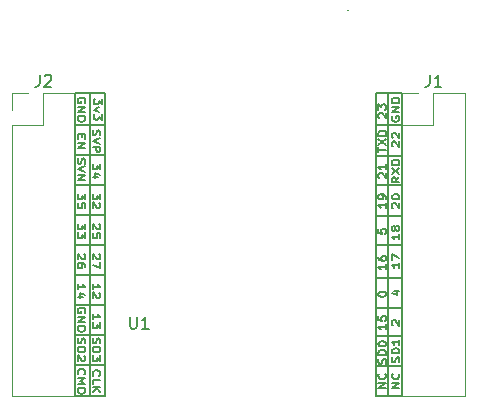
<source format=gto>
G04 #@! TF.GenerationSoftware,KiCad,Pcbnew,no-vcs-found-08c4a0b~58~ubuntu16.04.1*
G04 #@! TF.CreationDate,2017-08-29T22:54:34+03:00*
G04 #@! TF.ProjectId,Bitsoko-ESP32-module-v2,426974736F6B6F2D45535033322D6D6F,1*
G04 #@! TF.SameCoordinates,Original
G04 #@! TF.FileFunction,Legend,Top*
G04 #@! TF.FilePolarity,Positive*
%FSLAX46Y46*%
G04 Gerber Fmt 4.6, Leading zero omitted, Abs format (unit mm)*
G04 Created by KiCad (PCBNEW no-vcs-found-08c4a0b~58~ubuntu16.04.1) date Tue Aug 29 22:54:34 2017*
%MOMM*%
%LPD*%
G01*
G04 APERTURE LIST*
%ADD10C,0.158750*%
%ADD11C,0.200000*%
%ADD12C,0.150000*%
%ADD13C,0.120000*%
G04 APERTURE END LIST*
D10*
X152179261Y-102325714D02*
X151544261Y-102325714D01*
X152179261Y-101890285D01*
X151544261Y-101890285D01*
X152118785Y-101092000D02*
X152149023Y-101128285D01*
X152179261Y-101237142D01*
X152179261Y-101309714D01*
X152149023Y-101418571D01*
X152088547Y-101491142D01*
X152028071Y-101527428D01*
X151907119Y-101563714D01*
X151816404Y-101563714D01*
X151695452Y-101527428D01*
X151634976Y-101491142D01*
X151574500Y-101418571D01*
X151544261Y-101309714D01*
X151544261Y-101237142D01*
X151574500Y-101128285D01*
X151604738Y-101092000D01*
X153322261Y-102325714D02*
X152687261Y-102325714D01*
X153322261Y-101890285D01*
X152687261Y-101890285D01*
X153261785Y-101092000D02*
X153292023Y-101128285D01*
X153322261Y-101237142D01*
X153322261Y-101309714D01*
X153292023Y-101418571D01*
X153231547Y-101491142D01*
X153171071Y-101527428D01*
X153050119Y-101563714D01*
X152959404Y-101563714D01*
X152838452Y-101527428D01*
X152777976Y-101491142D01*
X152717500Y-101418571D01*
X152687261Y-101309714D01*
X152687261Y-101237142D01*
X152717500Y-101128285D01*
X152747738Y-101092000D01*
X152149023Y-100275571D02*
X152179261Y-100166714D01*
X152179261Y-99985285D01*
X152149023Y-99912714D01*
X152118785Y-99876428D01*
X152058309Y-99840142D01*
X151997833Y-99840142D01*
X151937357Y-99876428D01*
X151907119Y-99912714D01*
X151876880Y-99985285D01*
X151846642Y-100130428D01*
X151816404Y-100203000D01*
X151786166Y-100239285D01*
X151725690Y-100275571D01*
X151665214Y-100275571D01*
X151604738Y-100239285D01*
X151574500Y-100203000D01*
X151544261Y-100130428D01*
X151544261Y-99949000D01*
X151574500Y-99840142D01*
X152179261Y-99513571D02*
X151544261Y-99513571D01*
X151544261Y-99332142D01*
X151574500Y-99223285D01*
X151634976Y-99150714D01*
X151695452Y-99114428D01*
X151816404Y-99078142D01*
X151907119Y-99078142D01*
X152028071Y-99114428D01*
X152088547Y-99150714D01*
X152149023Y-99223285D01*
X152179261Y-99332142D01*
X152179261Y-99513571D01*
X151544261Y-98606428D02*
X151544261Y-98533857D01*
X151574500Y-98461285D01*
X151604738Y-98425000D01*
X151665214Y-98388714D01*
X151786166Y-98352428D01*
X151937357Y-98352428D01*
X152058309Y-98388714D01*
X152118785Y-98425000D01*
X152149023Y-98461285D01*
X152179261Y-98533857D01*
X152179261Y-98606428D01*
X152149023Y-98679000D01*
X152118785Y-98715285D01*
X152058309Y-98751571D01*
X151937357Y-98787857D01*
X151786166Y-98787857D01*
X151665214Y-98751571D01*
X151604738Y-98715285D01*
X151574500Y-98679000D01*
X151544261Y-98606428D01*
X153292023Y-100148571D02*
X153322261Y-100039714D01*
X153322261Y-99858285D01*
X153292023Y-99785714D01*
X153261785Y-99749428D01*
X153201309Y-99713142D01*
X153140833Y-99713142D01*
X153080357Y-99749428D01*
X153050119Y-99785714D01*
X153019880Y-99858285D01*
X152989642Y-100003428D01*
X152959404Y-100076000D01*
X152929166Y-100112285D01*
X152868690Y-100148571D01*
X152808214Y-100148571D01*
X152747738Y-100112285D01*
X152717500Y-100076000D01*
X152687261Y-100003428D01*
X152687261Y-99822000D01*
X152717500Y-99713142D01*
X153322261Y-99386571D02*
X152687261Y-99386571D01*
X152687261Y-99205142D01*
X152717500Y-99096285D01*
X152777976Y-99023714D01*
X152838452Y-98987428D01*
X152959404Y-98951142D01*
X153050119Y-98951142D01*
X153171071Y-98987428D01*
X153231547Y-99023714D01*
X153292023Y-99096285D01*
X153322261Y-99205142D01*
X153322261Y-99386571D01*
X153322261Y-98225428D02*
X153322261Y-98660857D01*
X153322261Y-98443142D02*
X152687261Y-98443142D01*
X152777976Y-98515714D01*
X152838452Y-98588285D01*
X152868690Y-98660857D01*
X152179261Y-96919142D02*
X152179261Y-97354571D01*
X152179261Y-97136857D02*
X151544261Y-97136857D01*
X151634976Y-97209428D01*
X151695452Y-97282000D01*
X151725690Y-97354571D01*
X151544261Y-96229714D02*
X151544261Y-96592571D01*
X151846642Y-96628857D01*
X151816404Y-96592571D01*
X151786166Y-96520000D01*
X151786166Y-96338571D01*
X151816404Y-96266000D01*
X151846642Y-96229714D01*
X151907119Y-96193428D01*
X152058309Y-96193428D01*
X152118785Y-96229714D01*
X152149023Y-96266000D01*
X152179261Y-96338571D01*
X152179261Y-96520000D01*
X152149023Y-96592571D01*
X152118785Y-96628857D01*
X152747738Y-96991714D02*
X152717500Y-96955428D01*
X152687261Y-96882857D01*
X152687261Y-96701428D01*
X152717500Y-96628857D01*
X152747738Y-96592571D01*
X152808214Y-96556285D01*
X152868690Y-96556285D01*
X152959404Y-96592571D01*
X153322261Y-97028000D01*
X153322261Y-96556285D01*
X151544261Y-94397285D02*
X151544261Y-94324714D01*
X151574500Y-94252142D01*
X151604738Y-94215857D01*
X151665214Y-94179571D01*
X151786166Y-94143285D01*
X151937357Y-94143285D01*
X152058309Y-94179571D01*
X152118785Y-94215857D01*
X152149023Y-94252142D01*
X152179261Y-94324714D01*
X152179261Y-94397285D01*
X152149023Y-94469857D01*
X152118785Y-94506142D01*
X152058309Y-94542428D01*
X151937357Y-94578714D01*
X151786166Y-94578714D01*
X151665214Y-94542428D01*
X151604738Y-94506142D01*
X151574500Y-94469857D01*
X151544261Y-94397285D01*
X152898928Y-94088857D02*
X153322261Y-94088857D01*
X152657023Y-94270285D02*
X153110595Y-94451714D01*
X153110595Y-93980000D01*
X152179261Y-91839142D02*
X152179261Y-92274571D01*
X152179261Y-92056857D02*
X151544261Y-92056857D01*
X151634976Y-92129428D01*
X151695452Y-92202000D01*
X151725690Y-92274571D01*
X151544261Y-91186000D02*
X151544261Y-91331142D01*
X151574500Y-91403714D01*
X151604738Y-91440000D01*
X151695452Y-91512571D01*
X151816404Y-91548857D01*
X152058309Y-91548857D01*
X152118785Y-91512571D01*
X152149023Y-91476285D01*
X152179261Y-91403714D01*
X152179261Y-91258571D01*
X152149023Y-91186000D01*
X152118785Y-91149714D01*
X152058309Y-91113428D01*
X151907119Y-91113428D01*
X151846642Y-91149714D01*
X151816404Y-91186000D01*
X151786166Y-91258571D01*
X151786166Y-91403714D01*
X151816404Y-91476285D01*
X151846642Y-91512571D01*
X151907119Y-91548857D01*
X153322261Y-91712142D02*
X153322261Y-92147571D01*
X153322261Y-91929857D02*
X152687261Y-91929857D01*
X152777976Y-92002428D01*
X152838452Y-92075000D01*
X152868690Y-92147571D01*
X152687261Y-91458142D02*
X152687261Y-90950142D01*
X153322261Y-91276714D01*
X151544261Y-88845571D02*
X151544261Y-89208428D01*
X151846642Y-89244714D01*
X151816404Y-89208428D01*
X151786166Y-89135857D01*
X151786166Y-88954428D01*
X151816404Y-88881857D01*
X151846642Y-88845571D01*
X151907119Y-88809285D01*
X152058309Y-88809285D01*
X152118785Y-88845571D01*
X152149023Y-88881857D01*
X152179261Y-88954428D01*
X152179261Y-89135857D01*
X152149023Y-89208428D01*
X152118785Y-89244714D01*
X153322261Y-89299142D02*
X153322261Y-89734571D01*
X153322261Y-89516857D02*
X152687261Y-89516857D01*
X152777976Y-89589428D01*
X152838452Y-89662000D01*
X152868690Y-89734571D01*
X152959404Y-88863714D02*
X152929166Y-88936285D01*
X152898928Y-88972571D01*
X152838452Y-89008857D01*
X152808214Y-89008857D01*
X152747738Y-88972571D01*
X152717500Y-88936285D01*
X152687261Y-88863714D01*
X152687261Y-88718571D01*
X152717500Y-88646000D01*
X152747738Y-88609714D01*
X152808214Y-88573428D01*
X152838452Y-88573428D01*
X152898928Y-88609714D01*
X152929166Y-88646000D01*
X152959404Y-88718571D01*
X152959404Y-88863714D01*
X152989642Y-88936285D01*
X153019880Y-88972571D01*
X153080357Y-89008857D01*
X153201309Y-89008857D01*
X153261785Y-88972571D01*
X153292023Y-88936285D01*
X153322261Y-88863714D01*
X153322261Y-88718571D01*
X153292023Y-88646000D01*
X153261785Y-88609714D01*
X153201309Y-88573428D01*
X153080357Y-88573428D01*
X153019880Y-88609714D01*
X152989642Y-88646000D01*
X152959404Y-88718571D01*
X152179261Y-86632142D02*
X152179261Y-87067571D01*
X152179261Y-86849857D02*
X151544261Y-86849857D01*
X151634976Y-86922428D01*
X151695452Y-86995000D01*
X151725690Y-87067571D01*
X152179261Y-86269285D02*
X152179261Y-86124142D01*
X152149023Y-86051571D01*
X152118785Y-86015285D01*
X152028071Y-85942714D01*
X151907119Y-85906428D01*
X151665214Y-85906428D01*
X151604738Y-85942714D01*
X151574500Y-85979000D01*
X151544261Y-86051571D01*
X151544261Y-86196714D01*
X151574500Y-86269285D01*
X151604738Y-86305571D01*
X151665214Y-86341857D01*
X151816404Y-86341857D01*
X151876880Y-86305571D01*
X151907119Y-86269285D01*
X151937357Y-86196714D01*
X151937357Y-86051571D01*
X151907119Y-85979000D01*
X151876880Y-85942714D01*
X151816404Y-85906428D01*
X152747738Y-87067571D02*
X152717500Y-87031285D01*
X152687261Y-86958714D01*
X152687261Y-86777285D01*
X152717500Y-86704714D01*
X152747738Y-86668428D01*
X152808214Y-86632142D01*
X152868690Y-86632142D01*
X152959404Y-86668428D01*
X153322261Y-87103857D01*
X153322261Y-86632142D01*
X152687261Y-86160428D02*
X152687261Y-86087857D01*
X152717500Y-86015285D01*
X152747738Y-85979000D01*
X152808214Y-85942714D01*
X152929166Y-85906428D01*
X153080357Y-85906428D01*
X153201309Y-85942714D01*
X153261785Y-85979000D01*
X153292023Y-86015285D01*
X153322261Y-86087857D01*
X153322261Y-86160428D01*
X153292023Y-86233000D01*
X153261785Y-86269285D01*
X153201309Y-86305571D01*
X153080357Y-86341857D01*
X152929166Y-86341857D01*
X152808214Y-86305571D01*
X152747738Y-86269285D01*
X152717500Y-86233000D01*
X152687261Y-86160428D01*
X151604738Y-84527571D02*
X151574500Y-84491285D01*
X151544261Y-84418714D01*
X151544261Y-84237285D01*
X151574500Y-84164714D01*
X151604738Y-84128428D01*
X151665214Y-84092142D01*
X151725690Y-84092142D01*
X151816404Y-84128428D01*
X152179261Y-84563857D01*
X152179261Y-84092142D01*
X152179261Y-83366428D02*
X152179261Y-83801857D01*
X152179261Y-83584142D02*
X151544261Y-83584142D01*
X151634976Y-83656714D01*
X151695452Y-83729285D01*
X151725690Y-83801857D01*
X153322261Y-84455000D02*
X153019880Y-84709000D01*
X153322261Y-84890428D02*
X152687261Y-84890428D01*
X152687261Y-84600142D01*
X152717500Y-84527571D01*
X152747738Y-84491285D01*
X152808214Y-84455000D01*
X152898928Y-84455000D01*
X152959404Y-84491285D01*
X152989642Y-84527571D01*
X153019880Y-84600142D01*
X153019880Y-84890428D01*
X152687261Y-84201000D02*
X153322261Y-83693000D01*
X152687261Y-83693000D02*
X153322261Y-84201000D01*
X153322261Y-83402714D02*
X152687261Y-83402714D01*
X152687261Y-83221285D01*
X152717500Y-83112428D01*
X152777976Y-83039857D01*
X152838452Y-83003571D01*
X152959404Y-82967285D01*
X153050119Y-82967285D01*
X153171071Y-83003571D01*
X153231547Y-83039857D01*
X153292023Y-83112428D01*
X153322261Y-83221285D01*
X153322261Y-83402714D01*
X151544261Y-82368571D02*
X151544261Y-81933142D01*
X152179261Y-82150857D02*
X151544261Y-82150857D01*
X151544261Y-81751714D02*
X152179261Y-81243714D01*
X151544261Y-81243714D02*
X152179261Y-81751714D01*
X152179261Y-80953428D02*
X151544261Y-80953428D01*
X151544261Y-80772000D01*
X151574500Y-80663142D01*
X151634976Y-80590571D01*
X151695452Y-80554285D01*
X151816404Y-80518000D01*
X151907119Y-80518000D01*
X152028071Y-80554285D01*
X152088547Y-80590571D01*
X152149023Y-80663142D01*
X152179261Y-80772000D01*
X152179261Y-80953428D01*
X152747738Y-81860571D02*
X152717500Y-81824285D01*
X152687261Y-81751714D01*
X152687261Y-81570285D01*
X152717500Y-81497714D01*
X152747738Y-81461428D01*
X152808214Y-81425142D01*
X152868690Y-81425142D01*
X152959404Y-81461428D01*
X153322261Y-81896857D01*
X153322261Y-81425142D01*
X152747738Y-81134857D02*
X152717500Y-81098571D01*
X152687261Y-81026000D01*
X152687261Y-80844571D01*
X152717500Y-80772000D01*
X152747738Y-80735714D01*
X152808214Y-80699428D01*
X152868690Y-80699428D01*
X152959404Y-80735714D01*
X153322261Y-81171142D01*
X153322261Y-80699428D01*
X151604738Y-79447571D02*
X151574500Y-79411285D01*
X151544261Y-79338714D01*
X151544261Y-79157285D01*
X151574500Y-79084714D01*
X151604738Y-79048428D01*
X151665214Y-79012142D01*
X151725690Y-79012142D01*
X151816404Y-79048428D01*
X152179261Y-79483857D01*
X152179261Y-79012142D01*
X151544261Y-78758142D02*
X151544261Y-78286428D01*
X151786166Y-78540428D01*
X151786166Y-78431571D01*
X151816404Y-78359000D01*
X151846642Y-78322714D01*
X151907119Y-78286428D01*
X152058309Y-78286428D01*
X152118785Y-78322714D01*
X152149023Y-78359000D01*
X152179261Y-78431571D01*
X152179261Y-78649285D01*
X152149023Y-78721857D01*
X152118785Y-78758142D01*
X152717500Y-79320571D02*
X152687261Y-79393142D01*
X152687261Y-79502000D01*
X152717500Y-79610857D01*
X152777976Y-79683428D01*
X152838452Y-79719714D01*
X152959404Y-79756000D01*
X153050119Y-79756000D01*
X153171071Y-79719714D01*
X153231547Y-79683428D01*
X153292023Y-79610857D01*
X153322261Y-79502000D01*
X153322261Y-79429428D01*
X153292023Y-79320571D01*
X153261785Y-79284285D01*
X153050119Y-79284285D01*
X153050119Y-79429428D01*
X153322261Y-78957714D02*
X152687261Y-78957714D01*
X153322261Y-78522285D01*
X152687261Y-78522285D01*
X153322261Y-78159428D02*
X152687261Y-78159428D01*
X152687261Y-77978000D01*
X152717500Y-77869142D01*
X152777976Y-77796571D01*
X152838452Y-77760285D01*
X152959404Y-77724000D01*
X153050119Y-77724000D01*
X153171071Y-77760285D01*
X153231547Y-77796571D01*
X153292023Y-77869142D01*
X153322261Y-77978000D01*
X153322261Y-78159428D01*
X127408214Y-101273428D02*
X127377976Y-101237142D01*
X127347738Y-101128285D01*
X127347738Y-101055714D01*
X127377976Y-100946857D01*
X127438452Y-100874285D01*
X127498928Y-100838000D01*
X127619880Y-100801714D01*
X127710595Y-100801714D01*
X127831547Y-100838000D01*
X127892023Y-100874285D01*
X127952500Y-100946857D01*
X127982738Y-101055714D01*
X127982738Y-101128285D01*
X127952500Y-101237142D01*
X127922261Y-101273428D01*
X127347738Y-101962857D02*
X127347738Y-101600000D01*
X127982738Y-101600000D01*
X127347738Y-102216857D02*
X127982738Y-102216857D01*
X127347738Y-102652285D02*
X127710595Y-102325714D01*
X127982738Y-102652285D02*
X127619880Y-102216857D01*
X126138214Y-101146428D02*
X126107976Y-101110142D01*
X126077738Y-101001285D01*
X126077738Y-100928714D01*
X126107976Y-100819857D01*
X126168452Y-100747285D01*
X126228928Y-100711000D01*
X126349880Y-100674714D01*
X126440595Y-100674714D01*
X126561547Y-100711000D01*
X126622023Y-100747285D01*
X126682500Y-100819857D01*
X126712738Y-100928714D01*
X126712738Y-101001285D01*
X126682500Y-101110142D01*
X126652261Y-101146428D01*
X126077738Y-101473000D02*
X126712738Y-101473000D01*
X126259166Y-101727000D01*
X126712738Y-101981000D01*
X126077738Y-101981000D01*
X126077738Y-102343857D02*
X126712738Y-102343857D01*
X126712738Y-102525285D01*
X126682500Y-102634142D01*
X126622023Y-102706714D01*
X126561547Y-102743000D01*
X126440595Y-102779285D01*
X126349880Y-102779285D01*
X126228928Y-102743000D01*
X126168452Y-102706714D01*
X126107976Y-102634142D01*
X126077738Y-102525285D01*
X126077738Y-102343857D01*
X127377976Y-98098428D02*
X127347738Y-98207285D01*
X127347738Y-98388714D01*
X127377976Y-98461285D01*
X127408214Y-98497571D01*
X127468690Y-98533857D01*
X127529166Y-98533857D01*
X127589642Y-98497571D01*
X127619880Y-98461285D01*
X127650119Y-98388714D01*
X127680357Y-98243571D01*
X127710595Y-98171000D01*
X127740833Y-98134714D01*
X127801309Y-98098428D01*
X127861785Y-98098428D01*
X127922261Y-98134714D01*
X127952500Y-98171000D01*
X127982738Y-98243571D01*
X127982738Y-98425000D01*
X127952500Y-98533857D01*
X127347738Y-98860428D02*
X127982738Y-98860428D01*
X127982738Y-99041857D01*
X127952500Y-99150714D01*
X127892023Y-99223285D01*
X127831547Y-99259571D01*
X127710595Y-99295857D01*
X127619880Y-99295857D01*
X127498928Y-99259571D01*
X127438452Y-99223285D01*
X127377976Y-99150714D01*
X127347738Y-99041857D01*
X127347738Y-98860428D01*
X127982738Y-99549857D02*
X127982738Y-100021571D01*
X127740833Y-99767571D01*
X127740833Y-99876428D01*
X127710595Y-99949000D01*
X127680357Y-99985285D01*
X127619880Y-100021571D01*
X127468690Y-100021571D01*
X127408214Y-99985285D01*
X127377976Y-99949000D01*
X127347738Y-99876428D01*
X127347738Y-99658714D01*
X127377976Y-99586142D01*
X127408214Y-99549857D01*
X126107976Y-98098428D02*
X126077738Y-98207285D01*
X126077738Y-98388714D01*
X126107976Y-98461285D01*
X126138214Y-98497571D01*
X126198690Y-98533857D01*
X126259166Y-98533857D01*
X126319642Y-98497571D01*
X126349880Y-98461285D01*
X126380119Y-98388714D01*
X126410357Y-98243571D01*
X126440595Y-98171000D01*
X126470833Y-98134714D01*
X126531309Y-98098428D01*
X126591785Y-98098428D01*
X126652261Y-98134714D01*
X126682500Y-98171000D01*
X126712738Y-98243571D01*
X126712738Y-98425000D01*
X126682500Y-98533857D01*
X126077738Y-98860428D02*
X126712738Y-98860428D01*
X126712738Y-99041857D01*
X126682500Y-99150714D01*
X126622023Y-99223285D01*
X126561547Y-99259571D01*
X126440595Y-99295857D01*
X126349880Y-99295857D01*
X126228928Y-99259571D01*
X126168452Y-99223285D01*
X126107976Y-99150714D01*
X126077738Y-99041857D01*
X126077738Y-98860428D01*
X126652261Y-99586142D02*
X126682500Y-99622428D01*
X126712738Y-99695000D01*
X126712738Y-99876428D01*
X126682500Y-99949000D01*
X126652261Y-99985285D01*
X126591785Y-100021571D01*
X126531309Y-100021571D01*
X126440595Y-99985285D01*
X126077738Y-99549857D01*
X126077738Y-100021571D01*
X127347738Y-96501857D02*
X127347738Y-96066428D01*
X127347738Y-96284142D02*
X127982738Y-96284142D01*
X127892023Y-96211571D01*
X127831547Y-96139000D01*
X127801309Y-96066428D01*
X127982738Y-96755857D02*
X127982738Y-97227571D01*
X127740833Y-96973571D01*
X127740833Y-97082428D01*
X127710595Y-97155000D01*
X127680357Y-97191285D01*
X127619880Y-97227571D01*
X127468690Y-97227571D01*
X127408214Y-97191285D01*
X127377976Y-97155000D01*
X127347738Y-97082428D01*
X127347738Y-96864714D01*
X127377976Y-96792142D01*
X127408214Y-96755857D01*
X126682500Y-95939428D02*
X126712738Y-95866857D01*
X126712738Y-95758000D01*
X126682500Y-95649142D01*
X126622023Y-95576571D01*
X126561547Y-95540285D01*
X126440595Y-95504000D01*
X126349880Y-95504000D01*
X126228928Y-95540285D01*
X126168452Y-95576571D01*
X126107976Y-95649142D01*
X126077738Y-95758000D01*
X126077738Y-95830571D01*
X126107976Y-95939428D01*
X126138214Y-95975714D01*
X126349880Y-95975714D01*
X126349880Y-95830571D01*
X126077738Y-96302285D02*
X126712738Y-96302285D01*
X126077738Y-96737714D01*
X126712738Y-96737714D01*
X126077738Y-97100571D02*
X126712738Y-97100571D01*
X126712738Y-97282000D01*
X126682500Y-97390857D01*
X126622023Y-97463428D01*
X126561547Y-97499714D01*
X126440595Y-97536000D01*
X126349880Y-97536000D01*
X126228928Y-97499714D01*
X126168452Y-97463428D01*
X126107976Y-97390857D01*
X126077738Y-97282000D01*
X126077738Y-97100571D01*
X127347738Y-93961857D02*
X127347738Y-93526428D01*
X127347738Y-93744142D02*
X127982738Y-93744142D01*
X127892023Y-93671571D01*
X127831547Y-93599000D01*
X127801309Y-93526428D01*
X127922261Y-94252142D02*
X127952500Y-94288428D01*
X127982738Y-94361000D01*
X127982738Y-94542428D01*
X127952500Y-94615000D01*
X127922261Y-94651285D01*
X127861785Y-94687571D01*
X127801309Y-94687571D01*
X127710595Y-94651285D01*
X127347738Y-94215857D01*
X127347738Y-94687571D01*
X126077738Y-93961857D02*
X126077738Y-93526428D01*
X126077738Y-93744142D02*
X126712738Y-93744142D01*
X126622023Y-93671571D01*
X126561547Y-93599000D01*
X126531309Y-93526428D01*
X126501071Y-94615000D02*
X126077738Y-94615000D01*
X126742976Y-94433571D02*
X126289404Y-94252142D01*
X126289404Y-94723857D01*
X127922261Y-90986428D02*
X127952500Y-91022714D01*
X127982738Y-91095285D01*
X127982738Y-91276714D01*
X127952500Y-91349285D01*
X127922261Y-91385571D01*
X127861785Y-91421857D01*
X127801309Y-91421857D01*
X127710595Y-91385571D01*
X127347738Y-90950142D01*
X127347738Y-91421857D01*
X127982738Y-91675857D02*
X127982738Y-92183857D01*
X127347738Y-91857285D01*
X126652261Y-90986428D02*
X126682500Y-91022714D01*
X126712738Y-91095285D01*
X126712738Y-91276714D01*
X126682500Y-91349285D01*
X126652261Y-91385571D01*
X126591785Y-91421857D01*
X126531309Y-91421857D01*
X126440595Y-91385571D01*
X126077738Y-90950142D01*
X126077738Y-91421857D01*
X126712738Y-92075000D02*
X126712738Y-91929857D01*
X126682500Y-91857285D01*
X126652261Y-91821000D01*
X126561547Y-91748428D01*
X126440595Y-91712142D01*
X126198690Y-91712142D01*
X126138214Y-91748428D01*
X126107976Y-91784714D01*
X126077738Y-91857285D01*
X126077738Y-92002428D01*
X126107976Y-92075000D01*
X126138214Y-92111285D01*
X126198690Y-92147571D01*
X126349880Y-92147571D01*
X126410357Y-92111285D01*
X126440595Y-92075000D01*
X126470833Y-92002428D01*
X126470833Y-91857285D01*
X126440595Y-91784714D01*
X126410357Y-91748428D01*
X126349880Y-91712142D01*
X127922261Y-88446428D02*
X127952500Y-88482714D01*
X127982738Y-88555285D01*
X127982738Y-88736714D01*
X127952500Y-88809285D01*
X127922261Y-88845571D01*
X127861785Y-88881857D01*
X127801309Y-88881857D01*
X127710595Y-88845571D01*
X127347738Y-88410142D01*
X127347738Y-88881857D01*
X127982738Y-89571285D02*
X127982738Y-89208428D01*
X127680357Y-89172142D01*
X127710595Y-89208428D01*
X127740833Y-89281000D01*
X127740833Y-89462428D01*
X127710595Y-89535000D01*
X127680357Y-89571285D01*
X127619880Y-89607571D01*
X127468690Y-89607571D01*
X127408214Y-89571285D01*
X127377976Y-89535000D01*
X127347738Y-89462428D01*
X127347738Y-89281000D01*
X127377976Y-89208428D01*
X127408214Y-89172142D01*
X126712738Y-88410142D02*
X126712738Y-88881857D01*
X126470833Y-88627857D01*
X126470833Y-88736714D01*
X126440595Y-88809285D01*
X126410357Y-88845571D01*
X126349880Y-88881857D01*
X126198690Y-88881857D01*
X126138214Y-88845571D01*
X126107976Y-88809285D01*
X126077738Y-88736714D01*
X126077738Y-88519000D01*
X126107976Y-88446428D01*
X126138214Y-88410142D01*
X126712738Y-89135857D02*
X126712738Y-89607571D01*
X126470833Y-89353571D01*
X126470833Y-89462428D01*
X126440595Y-89535000D01*
X126410357Y-89571285D01*
X126349880Y-89607571D01*
X126198690Y-89607571D01*
X126138214Y-89571285D01*
X126107976Y-89535000D01*
X126077738Y-89462428D01*
X126077738Y-89244714D01*
X126107976Y-89172142D01*
X126138214Y-89135857D01*
X127982738Y-85870142D02*
X127982738Y-86341857D01*
X127740833Y-86087857D01*
X127740833Y-86196714D01*
X127710595Y-86269285D01*
X127680357Y-86305571D01*
X127619880Y-86341857D01*
X127468690Y-86341857D01*
X127408214Y-86305571D01*
X127377976Y-86269285D01*
X127347738Y-86196714D01*
X127347738Y-85979000D01*
X127377976Y-85906428D01*
X127408214Y-85870142D01*
X127922261Y-86632142D02*
X127952500Y-86668428D01*
X127982738Y-86741000D01*
X127982738Y-86922428D01*
X127952500Y-86995000D01*
X127922261Y-87031285D01*
X127861785Y-87067571D01*
X127801309Y-87067571D01*
X127710595Y-87031285D01*
X127347738Y-86595857D01*
X127347738Y-87067571D01*
X126712738Y-85870142D02*
X126712738Y-86341857D01*
X126470833Y-86087857D01*
X126470833Y-86196714D01*
X126440595Y-86269285D01*
X126410357Y-86305571D01*
X126349880Y-86341857D01*
X126198690Y-86341857D01*
X126138214Y-86305571D01*
X126107976Y-86269285D01*
X126077738Y-86196714D01*
X126077738Y-85979000D01*
X126107976Y-85906428D01*
X126138214Y-85870142D01*
X126712738Y-87031285D02*
X126712738Y-86668428D01*
X126410357Y-86632142D01*
X126440595Y-86668428D01*
X126470833Y-86741000D01*
X126470833Y-86922428D01*
X126440595Y-86995000D01*
X126410357Y-87031285D01*
X126349880Y-87067571D01*
X126198690Y-87067571D01*
X126138214Y-87031285D01*
X126107976Y-86995000D01*
X126077738Y-86922428D01*
X126077738Y-86741000D01*
X126107976Y-86668428D01*
X126138214Y-86632142D01*
X127982738Y-83330142D02*
X127982738Y-83801857D01*
X127740833Y-83547857D01*
X127740833Y-83656714D01*
X127710595Y-83729285D01*
X127680357Y-83765571D01*
X127619880Y-83801857D01*
X127468690Y-83801857D01*
X127408214Y-83765571D01*
X127377976Y-83729285D01*
X127347738Y-83656714D01*
X127347738Y-83439000D01*
X127377976Y-83366428D01*
X127408214Y-83330142D01*
X127771071Y-84455000D02*
X127347738Y-84455000D01*
X128012976Y-84273571D02*
X127559404Y-84092142D01*
X127559404Y-84563857D01*
X126107976Y-82876571D02*
X126077738Y-82985428D01*
X126077738Y-83166857D01*
X126107976Y-83239428D01*
X126138214Y-83275714D01*
X126198690Y-83312000D01*
X126259166Y-83312000D01*
X126319642Y-83275714D01*
X126349880Y-83239428D01*
X126380119Y-83166857D01*
X126410357Y-83021714D01*
X126440595Y-82949142D01*
X126470833Y-82912857D01*
X126531309Y-82876571D01*
X126591785Y-82876571D01*
X126652261Y-82912857D01*
X126682500Y-82949142D01*
X126712738Y-83021714D01*
X126712738Y-83203142D01*
X126682500Y-83312000D01*
X126712738Y-83529714D02*
X126077738Y-83783714D01*
X126712738Y-84037714D01*
X126077738Y-84291714D02*
X126712738Y-84291714D01*
X126077738Y-84727142D01*
X126712738Y-84727142D01*
X127377976Y-80481714D02*
X127347738Y-80590571D01*
X127347738Y-80772000D01*
X127377976Y-80844571D01*
X127408214Y-80880857D01*
X127468690Y-80917142D01*
X127529166Y-80917142D01*
X127589642Y-80880857D01*
X127619880Y-80844571D01*
X127650119Y-80772000D01*
X127680357Y-80626857D01*
X127710595Y-80554285D01*
X127740833Y-80518000D01*
X127801309Y-80481714D01*
X127861785Y-80481714D01*
X127922261Y-80518000D01*
X127952500Y-80554285D01*
X127982738Y-80626857D01*
X127982738Y-80808285D01*
X127952500Y-80917142D01*
X127982738Y-81134857D02*
X127347738Y-81388857D01*
X127982738Y-81642857D01*
X127347738Y-81896857D02*
X127982738Y-81896857D01*
X127982738Y-82187142D01*
X127952500Y-82259714D01*
X127922261Y-82296000D01*
X127861785Y-82332285D01*
X127771071Y-82332285D01*
X127710595Y-82296000D01*
X127680357Y-82259714D01*
X127650119Y-82187142D01*
X127650119Y-81896857D01*
X126410357Y-80844571D02*
X126410357Y-81098571D01*
X126077738Y-81207428D02*
X126077738Y-80844571D01*
X126712738Y-80844571D01*
X126712738Y-81207428D01*
X126077738Y-81534000D02*
X126712738Y-81534000D01*
X126077738Y-81969428D01*
X126712738Y-81969428D01*
X126682500Y-78159428D02*
X126712738Y-78086857D01*
X126712738Y-77978000D01*
X126682500Y-77869142D01*
X126622023Y-77796571D01*
X126561547Y-77760285D01*
X126440595Y-77724000D01*
X126349880Y-77724000D01*
X126228928Y-77760285D01*
X126168452Y-77796571D01*
X126107976Y-77869142D01*
X126077738Y-77978000D01*
X126077738Y-78050571D01*
X126107976Y-78159428D01*
X126138214Y-78195714D01*
X126349880Y-78195714D01*
X126349880Y-78050571D01*
X126077738Y-78522285D02*
X126712738Y-78522285D01*
X126077738Y-78957714D01*
X126712738Y-78957714D01*
X126077738Y-79320571D02*
X126712738Y-79320571D01*
X126712738Y-79502000D01*
X126682500Y-79610857D01*
X126622023Y-79683428D01*
X126561547Y-79719714D01*
X126440595Y-79756000D01*
X126349880Y-79756000D01*
X126228928Y-79719714D01*
X126168452Y-79683428D01*
X126107976Y-79610857D01*
X126077738Y-79502000D01*
X126077738Y-79320571D01*
X128109738Y-77832857D02*
X128109738Y-78304571D01*
X127867833Y-78050571D01*
X127867833Y-78159428D01*
X127837595Y-78232000D01*
X127807357Y-78268285D01*
X127746880Y-78304571D01*
X127595690Y-78304571D01*
X127535214Y-78268285D01*
X127504976Y-78232000D01*
X127474738Y-78159428D01*
X127474738Y-77941714D01*
X127504976Y-77869142D01*
X127535214Y-77832857D01*
X127898071Y-78558571D02*
X127474738Y-78740000D01*
X127898071Y-78921428D01*
X128109738Y-79139142D02*
X128109738Y-79610857D01*
X127867833Y-79356857D01*
X127867833Y-79465714D01*
X127837595Y-79538285D01*
X127807357Y-79574571D01*
X127746880Y-79610857D01*
X127595690Y-79610857D01*
X127535214Y-79574571D01*
X127504976Y-79538285D01*
X127474738Y-79465714D01*
X127474738Y-79248000D01*
X127504976Y-79175428D01*
X127535214Y-79139142D01*
D11*
X151384000Y-80010000D02*
X151384000Y-80010000D01*
X153543000Y-80010000D02*
X151384000Y-80010000D01*
X151384000Y-82677000D02*
X151384000Y-82677000D01*
X153543000Y-82677000D02*
X151384000Y-82677000D01*
X151384000Y-85090000D02*
X151384000Y-85090000D01*
X153543000Y-85090000D02*
X151384000Y-85090000D01*
X151384000Y-87757000D02*
X151384000Y-87757000D01*
X153543000Y-87757000D02*
X151384000Y-87757000D01*
X151384000Y-90170000D02*
X151384000Y-90170000D01*
X153543000Y-90170000D02*
X151384000Y-90170000D01*
X151384000Y-92964000D02*
X151384000Y-92964000D01*
X153543000Y-92964000D02*
X151384000Y-92964000D01*
X151384000Y-95504000D02*
X151384000Y-95504000D01*
X153543000Y-95504000D02*
X151384000Y-95504000D01*
X151384000Y-97917000D02*
X151384000Y-97917000D01*
X153543000Y-97917000D02*
X151384000Y-97917000D01*
X151384000Y-100457000D02*
X151384000Y-100457000D01*
X153543000Y-100457000D02*
X151384000Y-100457000D01*
X128397000Y-80010000D02*
X128397000Y-80010000D01*
X125857000Y-80010000D02*
X128397000Y-80010000D01*
X128397000Y-82550000D02*
X128397000Y-82550000D01*
X125857000Y-82550000D02*
X128397000Y-82550000D01*
X128397000Y-85090000D02*
X128397000Y-85090000D01*
X125857000Y-85090000D02*
X128397000Y-85090000D01*
X128397000Y-87630000D02*
X128397000Y-87630000D01*
X125857000Y-87630000D02*
X128397000Y-87630000D01*
X128397000Y-90170000D02*
X128397000Y-90170000D01*
X125857000Y-90170000D02*
X128397000Y-90170000D01*
X128397000Y-92710000D02*
X128397000Y-92710000D01*
X125857000Y-92710000D02*
X128397000Y-92710000D01*
X128397000Y-95250000D02*
X128397000Y-95250000D01*
X125857000Y-95250000D02*
X128397000Y-95250000D01*
X128397000Y-97790000D02*
X128397000Y-97790000D01*
X125857000Y-97790000D02*
X128397000Y-97790000D01*
X128397000Y-100330000D02*
X128397000Y-100330000D01*
X125857000Y-100330000D02*
X128397000Y-100330000D01*
X127127000Y-102997000D02*
X127127000Y-102997000D01*
X127127000Y-77343000D02*
X127127000Y-102997000D01*
X152400000Y-102997000D02*
X152400000Y-102997000D01*
X152400000Y-77343000D02*
X152400000Y-102997000D01*
X153543000Y-77343000D02*
X153543000Y-77343000D01*
X153543000Y-102997000D02*
X153543000Y-77343000D01*
X151384000Y-102997000D02*
X153543000Y-102997000D01*
X151384000Y-77343000D02*
X151384000Y-102997000D01*
X153543000Y-77343000D02*
X151384000Y-77343000D01*
X125857000Y-77343000D02*
X125857000Y-77343000D01*
X125857000Y-102997000D02*
X125857000Y-77343000D01*
X128397000Y-102997000D02*
X125857000Y-102997000D01*
X128397000Y-77343000D02*
X128397000Y-102997000D01*
X125857000Y-77343000D02*
X128397000Y-77343000D01*
D12*
X148974000Y-70333500D02*
X148974000Y-70333500D01*
D13*
X120530000Y-77350000D02*
X121920000Y-77350000D01*
X120530000Y-78740000D02*
X120530000Y-77350000D01*
X123190000Y-80010000D02*
X120530000Y-80010000D01*
X123190000Y-77350000D02*
X123190000Y-80010000D01*
X125850000Y-77350000D02*
X123190000Y-77350000D01*
X125850000Y-102990000D02*
X125850000Y-77350000D01*
X120530000Y-102990000D02*
X125850000Y-102990000D01*
X120530000Y-80010000D02*
X120530000Y-102990000D01*
X153550000Y-80010000D02*
X153550000Y-102990000D01*
X153550000Y-102990000D02*
X158870000Y-102990000D01*
X158870000Y-102990000D02*
X158870000Y-77350000D01*
X158870000Y-77350000D02*
X156210000Y-77350000D01*
X156210000Y-77350000D02*
X156210000Y-80010000D01*
X156210000Y-80010000D02*
X153550000Y-80010000D01*
X153550000Y-78740000D02*
X153550000Y-77350000D01*
X153550000Y-77350000D02*
X154940000Y-77350000D01*
D12*
X130512095Y-96285880D02*
X130512095Y-97095404D01*
X130559714Y-97190642D01*
X130607333Y-97238261D01*
X130702571Y-97285880D01*
X130893047Y-97285880D01*
X130988285Y-97238261D01*
X131035904Y-97190642D01*
X131083523Y-97095404D01*
X131083523Y-96285880D01*
X132083523Y-97285880D02*
X131512095Y-97285880D01*
X131797809Y-97285880D02*
X131797809Y-96285880D01*
X131702571Y-96428738D01*
X131607333Y-96523976D01*
X131512095Y-96571595D01*
X122856666Y-75802380D02*
X122856666Y-76516666D01*
X122809047Y-76659523D01*
X122713809Y-76754761D01*
X122570952Y-76802380D01*
X122475714Y-76802380D01*
X123285238Y-75897619D02*
X123332857Y-75850000D01*
X123428095Y-75802380D01*
X123666190Y-75802380D01*
X123761428Y-75850000D01*
X123809047Y-75897619D01*
X123856666Y-75992857D01*
X123856666Y-76088095D01*
X123809047Y-76230952D01*
X123237619Y-76802380D01*
X123856666Y-76802380D01*
X155876666Y-75802380D02*
X155876666Y-76516666D01*
X155829047Y-76659523D01*
X155733809Y-76754761D01*
X155590952Y-76802380D01*
X155495714Y-76802380D01*
X156876666Y-76802380D02*
X156305238Y-76802380D01*
X156590952Y-76802380D02*
X156590952Y-75802380D01*
X156495714Y-75945238D01*
X156400476Y-76040476D01*
X156305238Y-76088095D01*
M02*

</source>
